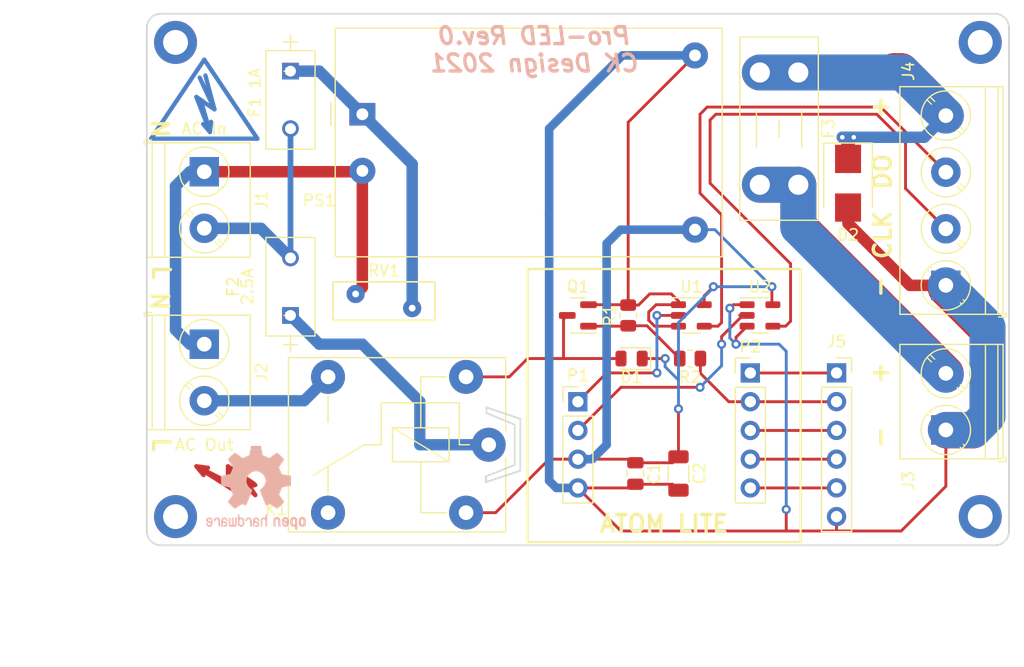
<source format=kicad_pcb>
(kicad_pcb (version 20210722) (generator pcbnew)
  (layers (0 "F.Cu" signal) (31 "B.Cu" signal) (34 "B.Paste" user) (35 "F.Paste" user) (36 "B.SilkS" user "B.Silkscreen") (37 "F.SilkS" user "F.Silkscreen") (38 "B.Mask" user) (39 "F.Mask" user) (44 "Edge.Cuts" user))
  (net 0 "")
  (net 1 "Net-(F1-Pad1)")
  (net 2 "Net-(F1-Pad2)")
  (net 3 "Net-(F2-Pad1)")
  (net 4 "Net-(F3-Pad1)")
  (net 5 "Net-(F3-Pad2)")
  (net 6 "Net-(J1-Pad1)")
  (net 7 "Net-(J2-Pad2)")
  (net 8 "GND")
  (net 9 "Net-(J4-Pad2)")
  (net 10 "Net-(J4-Pad3)")
  (net 11 "VCC")
  (net 12 "3V3")
  (net 13 "GPIO_22")
  (net 14 "GPIO_19")
  (net 15 "GPIO_23")
  (net 16 "GPIO_33")
  (net 17 "GPIO_21")
  (net 18 "GPIO_25")
  (net 19 "Net-(Q1-Pad1)")
  (net 20 "Net-(D1-Pad2)")
  (footprint "Fuse:Fuseholder_Blade_Mini_Keystone_3568" (layer "F.Cu") (at 138.86 68.7 -90)
    (fp_text reference "F3" (at 4.96 -2.67 -90) (layer "F.SilkS"))
    (fp_text value "Fuse")
    (pad "1" thru_hole circle locked (at 0 3.4 270) (size 2.78 2.78) (drill 1.78) (layers *.Cu *.Mask) (net 4 "Net-(F3-Pad1)"))
    (pad "1" thru_hole circle locked (at 0 0 270) (size 2.78 2.78) (drill 1.78) (layers *.Cu *.Mask) (net 4 "Net-(F3-Pad1)"))
    (pad "2" thru_hole circle locked (at 9.92 3.4 270) (size 2.78 2.78) (drill 1.78) (layers *.Cu *.Mask) (net 5 "Net-(F3-Pad2)"))
    (pad "2" thru_hole circle locked (at 9.92 0 270) (size 2.78 2.78) (drill 1.78) (layers *.Cu *.Mask) (net 5 "Net-(F3-Pad2)"))
  )
  (footprint "TerminalBlock_Phoenix:TerminalBlock_Phoenix_PT-1,5-2-5.0-H_1x02_P5.00mm_Horizontal" (layer "F.Cu") (at 86.36 77.47 -90)
    (fp_text reference "J1" (at 2.5 -5.06 -90) (layer "F.SilkS"))
    (fp_text value "AC In" (at -3.81 0) (layer "F.SilkS"))
    (pad "1" thru_hole rect locked (at 0 0 270) (size 2.6 2.6) (drill 1.3) (layers *.Cu *.Mask) (net 6 "Net-(J1-Pad1)"))
    (pad "2" thru_hole circle locked (at 5 0 270) (size 2.6 2.6) (drill 1.3) (layers *.Cu *.Mask) (net 2 "Net-(F1-Pad2)"))
  )
  (footprint "TerminalBlock_Phoenix:TerminalBlock_Phoenix_PT-1,5-2-5.0-H_1x02_P5.00mm_Horizontal" (layer "F.Cu") (at 86.36 92.71 -90)
    (fp_text reference "J2" (at 2.5 -5.06 -90) (layer "F.SilkS"))
    (fp_text value "AC Out" (at 8.89 0) (layer "F.SilkS"))
    (pad "1" thru_hole rect locked (at 0 0 270) (size 2.6 2.6) (drill 1.3) (layers *.Cu *.Mask) (net 6 "Net-(J1-Pad1)"))
    (pad "2" thru_hole circle locked (at 5 0 270) (size 2.6 2.6) (drill 1.3) (layers *.Cu *.Mask) (net 7 "Net-(J2-Pad2)"))
  )
  (footprint "TerminalBlock_Phoenix:TerminalBlock_Phoenix_PT-1,5-2-5.0-H_1x02_P5.00mm_Horizontal" (layer "F.Cu") (at 151.9 100.29 90)
    (fp_text reference "J3" (at -4.485 -3.31 90) (layer "F.SilkS"))
    (fp_text value "DC In")
    (pad "1" thru_hole rect locked (at 0 0 90) (size 2.6 2.6) (drill 1.3) (layers *.Cu *.Mask) (net 8 "GND"))
    (pad "2" thru_hole circle locked (at 5 0 90) (size 2.6 2.6) (drill 1.3) (layers *.Cu *.Mask) (net 5 "Net-(F3-Pad2)"))
  )
  (footprint "TerminalBlock_Phoenix:TerminalBlock_Phoenix_PT-1,5-4-5.0-H_1x04_P5.00mm_Horizontal" (layer "F.Cu") (at 151.9 87.51 90)
    (fp_text reference "J4" (at 18.93 -3.31 90) (layer "F.SilkS"))
    (fp_text value "DC Out")
    (pad "1" thru_hole rect locked (at 0 0 90) (size 2.6 2.6) (drill 1.3) (layers *.Cu *.Mask) (net 8 "GND"))
    (pad "2" thru_hole circle locked (at 5 0 90) (size 2.6 2.6) (drill 1.3) (layers *.Cu *.Mask) (net 9 "Net-(J4-Pad2)"))
    (pad "3" thru_hole circle locked (at 10 0 90) (size 2.6 2.6) (drill 1.3) (layers *.Cu *.Mask) (net 10 "Net-(J4-Pad3)"))
    (pad "4" thru_hole circle locked (at 15 0 90) (size 2.6 2.6) (drill 1.3) (layers *.Cu *.Mask) (net 4 "Net-(F3-Pad1)"))
  )
  (footprint "Connector_PinSocket_2.54mm:PinSocket_1x06_P2.54mm_Vertical" (layer "F.Cu") (at 142.24 95.25)
    (fp_text reference "J5" (at 0 -2.77) (layer "F.SilkS"))
    (fp_text value "F_PH")
    (pad "1" thru_hole rect locked (at 0 0) (size 1.7 1.7) (drill 1) (layers *.Cu *.Mask) (net 12 "3V3"))
    (pad "2" thru_hole oval locked (at 0 2.54) (size 1.7 1.7) (drill 1) (layers *.Cu *.Mask) (net 13 "GPIO_22"))
    (pad "3" thru_hole oval locked (at 0 5.08) (size 1.7 1.7) (drill 1) (layers *.Cu *.Mask) (net 14 "GPIO_19"))
    (pad "4" thru_hole oval locked (at 0 7.62) (size 1.7 1.7) (drill 1) (layers *.Cu *.Mask) (net 15 "GPIO_23"))
    (pad "5" thru_hole oval locked (at 0 10.16) (size 1.7 1.7) (drill 1) (layers *.Cu *.Mask) (net 16 "GPIO_33"))
    (pad "6" thru_hole oval locked (at 0 12.7) (size 1.7 1.7) (drill 1) (layers *.Cu *.Mask) (net 8 "GND"))
  )
  (footprint "Relay_THT:Relay_SPDT_Finder_36.11" (layer "F.Cu") (at 111.4975 101.6 180)
    (fp_text reference "K1" (at 18.7875 -5.715) (layer "F.SilkS"))
    (fp_text value "FINDER-36.11")
    (pad "11" thru_hole circle locked (at 0 0 180) (size 3 3) (drill 1.3) (layers *.Cu *.Mask) (net 3 "Net-(F2-Pad1)"))
    (pad "12" thru_hole circle locked (at 14.2 -6 180) (size 3 3) (drill 1.3) (layers *.Cu *.Mask))
    (pad "14" thru_hole circle locked (at 14.2 6 180) (size 3 3) (drill 1.3) (layers *.Cu *.Mask) (net 7 "Net-(J2-Pad2)"))
    (pad "A1" thru_hole circle locked (at 2 6 180) (size 3 3) (drill 1.3) (layers *.Cu *.Mask) (net 20 "Net-(D1-Pad2)"))
    (pad "A2" thru_hole circle locked (at 2 -6 180) (size 3 3) (drill 1.3) (layers *.Cu *.Mask) (net 11 "VCC"))
  )
  (footprint "Connector_PinHeader_2.54mm:PinHeader_1x04_P2.54mm_Vertical" (layer "F.Cu") (at 119.38 97.795)
    (fp_text reference "P1" (at 0 -2.33) (layer "F.SilkS"))
    (fp_text value "ATOM P1")
    (pad "1" thru_hole rect locked (at 0 0) (size 1.7 1.7) (drill 1) (layers *.Cu *.Mask) (net 17 "GPIO_21"))
    (pad "2" thru_hole oval locked (at 0 2.54) (size 1.7 1.7) (drill 1) (layers *.Cu *.Mask) (net 18 "GPIO_25"))
    (pad "3" thru_hole oval locked (at 0 5.08) (size 1.7 1.7) (drill 1) (layers *.Cu *.Mask) (net 11 "VCC"))
    (pad "4" thru_hole oval locked (at 0 7.62) (size 1.7 1.7) (drill 1) (layers *.Cu *.Mask) (net 8 "GND"))
  )
  (footprint "Connector_PinHeader_2.54mm:PinHeader_1x05_P2.54mm_Vertical" (layer "F.Cu") (at 134.62 95.255)
    (fp_text reference "P2" (at 0 -2.33) (layer "F.SilkS"))
    (fp_text value "ATOM P2")
    (pad "1" thru_hole rect locked (at 0 0) (size 1.7 1.7) (drill 1) (layers *.Cu *.Mask) (net 12 "3V3"))
    (pad "2" thru_hole oval locked (at 0 2.54) (size 1.7 1.7) (drill 1) (layers *.Cu *.Mask) (net 13 "GPIO_22"))
    (pad "3" thru_hole oval locked (at 0 5.08) (size 1.7 1.7) (drill 1) (layers *.Cu *.Mask) (net 14 "GPIO_19"))
    (pad "4" thru_hole oval locked (at 0 7.62) (size 1.7 1.7) (drill 1) (layers *.Cu *.Mask) (net 15 "GPIO_23"))
    (pad "5" thru_hole oval locked (at 0 10.16) (size 1.7 1.7) (drill 1) (layers *.Cu *.Mask) (net 16 "GPIO_33"))
  )
  (footprint "AC_DC:Converter_ACDC_HiLink_HLK-PMxx" (layer "F.Cu") (at 100.33 72.39)
    (fp_text reference "PS1" (at -3.81 7.62 180) (layer "F.SilkS"))
    (fp_text value "HLK-PM01")
    (pad "1" thru_hole rect locked (at 0 0) (size 2.3 2) (drill 1.05) (layers *.Cu *.Mask) (net 1 "Net-(F1-Pad1)"))
    (pad "2" thru_hole circle locked (at 0 5) (size 2.3 2.3) (drill 1.05) (layers *.Cu *.Mask) (net 6 "Net-(J1-Pad1)"))
    (pad "3" thru_hole circle locked (at 29.4 -5.2) (size 2.3 2.3) (drill 1.05) (layers *.Cu *.Mask) (net 8 "GND"))
    (pad "4" thru_hole circle locked (at 29.4 10.2) (size 2.3 2.3) (drill 1.05) (layers *.Cu *.Mask) (net 11 "VCC"))
  )
  (footprint "Package_TO_SOT_SMD:SOT-23-5" (layer "F.Cu") (at 129.4075 90.17)
    (fp_text reference "U1" (at 0 -2.54) (layer "F.SilkS"))
    (fp_text value "74AHC1G125")
    (pad "1" smd roundrect locked (at -1.1375 -0.95) (size 1.325 0.6) (layers "F.Cu" "F.Paste" "F.Mask") (net 8 "GND"))
    (pad "2" smd roundrect locked (at -1.1375 0) (size 1.325 0.6) (layers "F.Cu" "F.Paste" "F.Mask") (net 17 "GPIO_21"))
    (pad "3" smd roundrect locked (at -1.1375 0.95) (size 1.325 0.6) (layers "F.Cu" "F.Paste" "F.Mask") (net 8 "GND"))
    (pad "4" smd roundrect locked (at 1.1375 0.95) (size 1.325 0.6) (layers "F.Cu" "F.Paste" "F.Mask") (net 10 "Net-(J4-Pad3)"))
    (pad "5" smd roundrect locked (at 1.1375 -0.95) (size 1.325 0.6) (layers "F.Cu" "F.Paste" "F.Mask") (net 11 "VCC"))
  )
  (footprint "Package_TO_SOT_SMD:SOT-23-5" (layer "F.Cu") (at 135.475 90.17)
    (fp_text reference "U2" (at 0 -2.54) (layer "F.SilkS"))
    (fp_text value "74AHC1G125")
    (pad "1" smd roundrect locked (at -1.1375 -0.95) (size 1.325 0.6) (layers "F.Cu" "F.Paste" "F.Mask") (net 8 "GND"))
    (pad "2" smd roundrect locked (at -1.1375 0) (size 1.325 0.6) (layers "F.Cu" "F.Paste" "F.Mask") (net 18 "GPIO_25"))
    (pad "3" smd roundrect locked (at -1.1375 0.95) (size 1.325 0.6) (layers "F.Cu" "F.Paste" "F.Mask") (net 8 "GND"))
    (pad "4" smd roundrect locked (at 1.1375 0.95) (size 1.325 0.6) (layers "F.Cu" "F.Paste" "F.Mask") (net 9 "Net-(J4-Pad2)"))
    (pad "5" smd roundrect locked (at 1.1375 -0.95) (size 1.325 0.6) (layers "F.Cu" "F.Paste" "F.Mask") (net 11 "VCC"))
  )
  (footprint "Package_TO_SOT_SMD:SOT-23" (layer "F.Cu") (at 119.38 90.17 180)
    (fp_text reference "Q1" (at 0 2.54 180) (layer "F.SilkS"))
    (fp_text value "2N7002")
    (pad "1" smd roundrect locked (at -0.9375 -0.95 180) (size 1.475 0.6) (layers "F.Cu" "F.Paste" "F.Mask") (net 19 "Net-(Q1-Pad1)"))
    (pad "2" smd roundrect locked (at -0.9375 0.95 180) (size 1.475 0.6) (layers "F.Cu" "F.Paste" "F.Mask") (net 8 "GND"))
    (pad "3" smd roundrect locked (at 0.9375 0 180) (size 1.475 0.6) (layers "F.Cu" "F.Paste" "F.Mask") (net 20 "Net-(D1-Pad2)"))
  )
  (footprint "Resistor_SMD:R_0805_2012Metric" (layer "F.Cu") (at 123.825 90.17 90)
    (fp_text reference "R1" (at 0 -1.65 90) (layer "F.SilkS"))
    (fp_text value "100k")
    (pad "1" smd roundrect locked (at -0.9125 0 90) (size 1.025 1.4) (layers "F.Cu" "F.Paste" "F.Mask") (roundrect_rratio 0.243902439) (net 19 "Net-(Q1-Pad1)"))
    (pad "2" smd roundrect locked (at 0.9125 0 90) (size 1.025 1.4) (layers "F.Cu" "F.Paste" "F.Mask") (roundrect_rratio 0.243902439) (net 8 "GND"))
  )
  (footprint "Resistor_SMD:R_0805_2012Metric" (layer "F.Cu") (at 129.295 93.98 180)
    (fp_text reference "R2" (at 0 -1.65 180) (layer "F.SilkS"))
    (fp_text value "1k")
    (pad "1" smd roundrect locked (at -0.9125 0 180) (size 1.025 1.4) (layers "F.Cu" "F.Paste" "F.Mask") (roundrect_rratio 0.243902439) (net 13 "GPIO_22"))
    (pad "2" smd roundrect locked (at 0.9125 0 180) (size 1.025 1.4) (layers "F.Cu" "F.Paste" "F.Mask") (roundrect_rratio 0.243902439) (net 19 "Net-(Q1-Pad1)"))
  )
  (footprint "Capacitor_SMD:C_0805_2012Metric" (layer "F.Cu") (at 124.46 104.14 -90)
    (fp_text reference "C1" (at 0 -1.65 -90) (layer "F.SilkS"))
    (fp_text value ".1uF")
    (pad "1" smd roundrect locked (at -0.95 0 270) (size 1 1.45) (layers "F.Cu" "F.Paste" "F.Mask") (net 11 "VCC"))
    (pad "2" smd roundrect locked (at 0.95 0 270) (size 1 1.45) (layers "F.Cu" "F.Paste" "F.Mask") (net 8 "GND"))
  )
  (footprint "Varistor:RV_Disc_D9mm_W3.4mm_P5mm" (layer "F.Cu") (at 104.735 89.525 180)
    (fp_text reference "RV1" (at 2.5 3.325 180) (layer "F.SilkS"))
    (fp_text value "Varistor")
    (pad "1" thru_hole circle locked (at 0 0 180) (size 1.6 1.6) (drill 0.6) (layers *.Cu *.Mask) (net 1 "Net-(F1-Pad1)"))
    (pad "2" thru_hole circle locked (at 5 1.25 180) (size 1.6 1.6) (drill 0.6) (layers *.Cu *.Mask) (net 6 "Net-(J1-Pad1)"))
  )
  (footprint "Fuses:RST 1-BULK" (layer "F.Cu") (at 93.98 68.58 -90)
    (fp_text reference "F1" (at 3.175 3.175 90) (layer "F.SilkS"))
    (fp_text value "1A" (at 0.635 3.175 90) (layer "F.SilkS"))
    (fp_text user "*" (at 0 0 90) (layer "F.SilkS"))
    (pad "1" thru_hole rect locked (at 0 0 270) (size 1.4732 1.4732) (drill 0.9652) (layers *.Cu *.Mask) (net 1 "Net-(F1-Pad1)"))
    (pad "2" thru_hole circle locked (at 5.08 0 270) (size 1.4732 1.4732) (drill 0.9652) (layers *.Cu *.Mask) (net 2 "Net-(F1-Pad2)"))
  )
  (footprint "Fuses:RST 1-BULK" (layer "F.Cu") (at 93.98 90.17 90)
    (fp_text reference "F2" (at 2.54 -5.08 90) (layer "F.SilkS"))
    (fp_text value "2.5A" (at 2.54 -3.81 90) (layer "F.SilkS"))
    (fp_text user "*" (at 0 0 90) (layer "F.SilkS"))
    (pad "1" thru_hole rect locked (at 0 0 90) (size 1.4732 1.4732) (drill 0.9652) (layers *.Cu *.Mask) (net 3 "Net-(F2-Pad1)"))
    (pad "2" thru_hole circle locked (at 5.08 0 90) (size 1.4732 1.4732) (drill 0.9652) (layers *.Cu *.Mask) (net 2 "Net-(F1-Pad2)"))
  )
  (footprint "Diode_SMD:D_0805_2012Metric" (layer "F.Cu") (at 124.1275 93.98 180)
    (fp_text reference "D1" (at 0 -1.65) (layer "F.SilkS"))
    (fp_text value "D")
    (pad "1" smd roundrect locked (at -0.9375 0 180) (size 0.975 1.4) (layers "F.Cu" "F.Paste" "F.Mask") (net 11 "VCC"))
    (pad "2" smd roundrect locked (at 0.9375 0 180) (size 0.975 1.4) (layers "F.Cu" "F.Paste" "F.Mask") (net 20 "Net-(D1-Pad2)"))
  )
  (footprint "" (layer "F.Cu") (at 154.94 107.95)
    (fp_text reference "" (at 0 0) (layer "F.SilkS") (effects (font (size 1.27 1.27))))
    (fp_text value "" (at 0 0) (layer "F.SilkS") (effects (font (size 1.27 1.27))))
    (pad "1" thru_hole circle locked (at 0 0) (size 3.8 3.8) (drill 2.2) (layers *.Cu *.Mask))
  )
  (footprint "MountingHole:MountingHole_2.2mm_M2_DIN965_Pad" (layer "F.Cu") (at 83.82 66.04)
    (fp_text reference "REF**")
    (fp_text value "MountingHole_2.2mm_M2_DIN965_Pad")
    (pad "1" thru_hole circle locked (at 0 0) (size 3.8 3.8) (drill 2.2) (layers *.Cu *.Mask))
  )
  (footprint "Diode_SMD:D_SMB" (layer "F.Cu") (at 143.256 78.486 -90)
    (fp_text reference "D2" (at 4.572 0 180) (layer "F.SilkS"))
    (fp_text value "S2JTR")
    (pad "1" smd rect locked (at -2.15 0 270) (size 2.5 2.3) (layers "F.Cu" "F.Paste" "F.Mask") (net 4 "Net-(F3-Pad1)"))
    (pad "2" smd rect locked (at 2.15 0 270) (size 2.5 2.3) (layers "F.Cu" "F.Paste" "F.Mask") (net 8 "GND"))
  )
  (footprint "Capacitor_SMD:C_1206_3216Metric" (layer "F.Cu") (at 128.27 104.14 -90)
    (fp_text reference "C2" (at 0 -1.85 90) (layer "F.SilkS"))
    (fp_text value "100uF")
    (pad "1" smd roundrect locked (at -1.475 0 270) (size 1.15 1.8) (layers "F.Cu" "F.Paste" "F.Mask") (roundrect_rratio 0.2173913043) (net 11 "VCC"))
    (pad "2" smd roundrect locked (at 1.475 0 270) (size 1.15 1.8) (layers "F.Cu" "F.Paste" "F.Mask") (roundrect_rratio 0.2173913043) (net 8 "GND"))
  )
  (footprint "Symbol:Symbol_Highvoltage_Type1_CopperTop_Small" (layer "F.Cu") (at 87.6935 103.886 -90)
    (fp_text reference "REF**")
    (fp_text value "Symbol_Highvoltage_Type1_CopperTop_Small")
    (fp_line (start 0.381 1.397) (end -0.127 1.651) (layer "F.Cu") (width 0.381))
    (fp_line (start -0.381 -0.762) (end 1.016 -0.762) (layer "F.Cu") (width 0.381))
    (fp_line (start -0.254 1.016) (end -0.381 2.032) (layer "F.Cu") (width 0.381))
    (fp_line (start 0 -0.889) (end 1.27 -0.889) (layer "F.Cu") (width 0.381))
    (fp_line (start -0.127 1.524) (end -0.254 1.016) (layer "F.Cu") (width 0.381))
    (fp_line (start 1.397 -2.794) (end 0 -0.889) (layer "F.Cu") (width 0.381))
    (fp_line (start 1.397 -2.667) (end 1.27 -3.175) (layer "F.Cu") (width 0.381))
    (fp_line (start 2.159 -3.175) (end 1.397 -2.667) (layer "F.Cu") (width 0.381))
    (fp_line (start -0.381 2.032) (end 0.381 1.397) (layer "F.Cu") (width 0.381))
    (fp_line (start 1.016 -0.762) (end -0.127 1.524) (layer "F.Cu") (width 0.381))
    (fp_line (start 1.651 -1.143) (end 0.381 -1.143) (layer "F.Cu") (width 0.381))
    (fp_line (start 0.381 -1.143) (end 2.159 -3.175) (layer "F.Cu") (width 0.381))
    (fp_line (start 1.143 -3.048) (end -0.381 -0.762) (layer "F.Cu") (width 0.381))
    (fp_line (start -0.127 1.651) (end 1.651 -1.143) (layer "F.Cu") (width 0.381))
  )
  (footprint "" (layer "F.Cu") (at 154.94 66.04)
    (fp_text reference "" (at 0 0) (layer "F.SilkS") (effects (font (size 1.27 1.27))))
    (fp_text value "" (at 0 0) (layer "F.SilkS") (effects (font (size 1.27 1.27))))
    (pad "1" thru_hole circle locked (at 0 0) (size 3.8 3.8) (drill 2.2) (layers *.Cu *.Mask))
  )
  (footprint "" (layer "F.Cu") (at 83.82 107.95)
    (fp_text reference "" (at 0 0) (layer "F.SilkS") (effects (font (size 1.27 1.27))))
    (fp_text value "" (at 0 0) (layer "F.SilkS") (effects (font (size 1.27 1.27))))
    (pad "1" thru_hole circle locked (at 0 0) (size 3.8 3.8) (drill 2.2) (layers *.Cu *.Mask))
  )
  (footprint "Symbol:Symbol_HighVoltage_Type2_CopperTop_VerySmall" (layer "B.Cu") (at 86.36 71.755 180)
    (fp_text reference "REF**")
    (fp_text value "Symbol_HighVoltage_Type2_CopperTop_VerySmall")
    (fp_line (start 4.699 -2.794) (end -4.699 -2.794) (layer "B.Cu") (width 0.381))
    (fp_line (start -4.699 -2.794) (end 0 4.191) (layer "B.Cu") (width 0.381))
    (fp_line (start -0.09906 2.79908) (end -0.89916 -0.20066) (layer "B.Cu") (width 0.381))
    (fp_line (start -0.49784 -2.19964) (end -0.59944 -1.30048) (layer "B.Cu") (width 0.381))
    (fp_line (start 0 4.191) (end 4.699 -2.794) (layer "B.Cu") (width 0.381))
    (fp_line (start -0.89916 -0.20066) (end 0.29972 0.59944) (layer "B.Cu") (width 0.381))
    (fp_line (start -0.89916 -0.20066) (end 0.40132 2.60096) (layer "B.Cu") (width 0.381))
    (fp_line (start 0.70104 0.89916) (end 0.1016 0.50038) (layer "B.Cu") (width 0.381))
    (fp_line (start 0.29972 0.59944) (end -0.49784 -2.19964) (layer "B.Cu") (width 0.381))
    (fp_line (start -0.49784 -2.19964) (end 0.1016 -1.50114) (layer "B.Cu") (width 0.381))
    (fp_line (start -0.49784 -2.19964) (end 0.70104 0.89916) (layer "B.Cu") (width 0.381))
  )
  (footprint "Symbol:OSHW-Logo2_9.8x8mm_SilkScreen" (layer "B.Cu") (at 90.932 105.41 180)
    (fp_text reference "REF**" hide)
    (fp_text value "OSHW-Logo2_9.8x8mm_SilkScreen" hide)
  )
  (gr_line (start 139.065 86.07) (end 114.935 86.07) (layer "F.SilkS") (width 0.2))
  (gr_line (start 139.065 110.2) (end 139.065 86.07) (layer "F.SilkS") (width 0.2))
  (gr_line (start 114.935 86.07) (end 114.935 110.2) (layer "F.SilkS") (width 0.2))
  (gr_line (start 114.935 110.2) (end 139.065 110.2) (layer "F.SilkS") (width 0.2))
  (gr_line locked (start 111.252 104.394) (end 111.252 104.902) (layer "Edge.Cuts") (width 0.15))
  (gr_arc (start 82.549999 64.77) (end 82.55 63.5) (angle -90) (layer "Edge.Cuts") (width 0.15))
  (gr_line locked (start 81.28 64.77) (end 81.28 109.22) (layer "Edge.Cuts") (width 0.15))
  (gr_line locked (start 82.55 110.49) (end 156.21 110.49) (layer "Edge.Cuts") (width 0.15))
  (gr_line locked (start 156.21 63.5) (end 82.55 63.5) (layer "Edge.Cuts") (width 0.15))
  (gr_line locked (start 111.3028 98.298) (end 111.3028 98.806) (layer "Edge.Cuts") (width 0.15))
  (gr_arc (start 156.21 109.22) (end 156.21 110.49) (angle -90) (layer "Edge.Cuts") (width 0.15))
  (gr_line locked (start 113.792 103.378) (end 111.252 104.394) (layer "Edge.Cuts") (width 0.15))
  (gr_arc (start 82.55 109.22) (end 81.28 109.22) (angle -90) (layer "Edge.Cuts") (width 0.15))
  (gr_line locked (start 114.3 103.886) (end 114.3 99.314) (layer "Edge.Cuts") (width 0.15))
  (gr_line locked (start 157.48 109.22) (end 157.48 64.77) (layer "Edge.Cuts") (width 0.15))
  (gr_line locked (start 113.792 99.822) (end 113.792 103.378) (layer "Edge.Cuts") (width 0.15))
  (gr_line locked (start 114.3 99.314) (end 111.3028 98.298) (layer "Edge.Cuts") (width 0.15))
  (gr_arc (start 156.21 64.769999) (end 157.48 64.77) (angle -90) (layer "Edge.Cuts") (width 0.15))
  (gr_line locked (start 111.252 104.902) (end 114.3 103.886) (layer "Edge.Cuts") (width 0.15))
  (gr_line locked (start 111.3028 98.806) (end 113.792 99.822) (layer "Edge.Cuts") (width 0.15))
  (gr_text "Pro-LED Rev.0\nCK Design 2021" (at 115.57 66.675) (layer "B.SilkS") (effects (font (size 1.5 1.5) (thickness 0.3) italic) (justify mirror)))
  (gr_text "ATOM LITE" (at 127 108.585) (layer "F.SilkS") (effects (font (size 1.5 1.5) (thickness 0.3))))
  (gr_text "+" (at 146.05 95.25 90) (layer "F.SilkS") (effects (font (size 1.5 1.5) (thickness 0.3))))
  (gr_text "N" (at 82.55 88.9 90) (layer "F.SilkS") (effects (font (size 1.5 1.5) (thickness 0.3))))
  (gr_text "CLK" (at 146.304 83.058 90) (layer "F.SilkS") (effects (font (size 1.5 1.5) (thickness 0.3))))
  (gr_text "L" (at 82.55 86.36 270) (layer "F.SilkS") (effects (font (size 1.5 1.5) (thickness 0.3))))
  (gr_text "N" (at 82.55 73.66 90) (layer "F.SilkS") (effects (font (size 1.5 1.5) (thickness 0.3))))
  (gr_text "L" (at 82.55 101.6 270) (layer "F.SilkS") (effects (font (size 1.5 1.5) (thickness 0.3))))
  (gr_text "-" (at 146.05 100.965 90) (layer "F.SilkS") (effects (font (size 1.5 1.5) (thickness 0.3))))
  (gr_text "-" (at 146.05 87.63 90) (layer "F.SilkS") (effects (font (size 1.5 1.5) (thickness 0.3))))
  (gr_text "+" (at 146.05 71.755 90) (layer "F.SilkS") (effects (font (size 1.5 1.5) (thickness 0.3))))
  (gr_text "DO" (at 146.304 77.47 90) (layer "F.SilkS") (effects (font (size 1.5 1.5) (thickness 0.3))))
  (segment (start 96.52 68.58) (end 100.33 72.39) (width 1.016) (layer "B.Cu") (net 1))
  (segment (start 93.98 68.58) (end 96.52 68.58) (width 1.016) (layer "B.Cu") (net 1))
  (segment (start 100.33 72.39) (end 104.734995 76.794995) (width 1.016) (layer "B.Cu") (net 1))
  (segment (start 104.734995 76.794995) (end 104.734995 89.524992) (width 1.016) (layer "B.Cu") (net 1))
  (segment (start 91.35999 82.46999) (end 93.98 85.09) (width 1.016) (layer "B.Cu") (net 2))
  (segment (start 86.36 82.46999) (end 91.35999 82.46999) (width 1.016) (layer "B.Cu") (net 2))
  (segment (start 93.98 73.66) (end 93.98 85.09) (width 0.508) (layer "B.Cu") (net 2))
  (segment (start 105.41 97.79) (end 105.41 101.6) (width 1) (layer "B.Cu") (net 3))
  (segment (start 100.33 92.71) (end 105.41 97.79) (width 1) (layer "B.Cu") (net 3))
  (segment (start 93.98 90.17) (end 96.52 92.71) (width 1) (layer "B.Cu") (net 3))
  (segment (start 96.52 92.71) (end 100.33 92.71) (width 1) (layer "B.Cu") (net 3))
  (segment (start 105.41 101.6) (end 111.4975 101.6) (width 1) (layer "B.Cu") (net 3))
  (segment (start 143.256 74.93) (end 143.764 74.422) (width 1.016) (layer "F.Cu") (net 4))
  (segment (start 143.256 76.336) (end 143.256 74.93) (width 1.016) (layer "F.Cu") (net 4))
  (segment (start 147.97 68.58) (end 147.32 68.58) (width 3.175) (layer "F.Cu") (net 4))
  (segment (start 135.460003 68.69999) (end 138.859997 68.69999) (width 3.175) (layer "F.Cu") (net 4))
  (segment (start 147.2 68.7) (end 138.86 68.7) (width 3.175) (layer "F.Cu") (net 4))
  (segment (start 151.9 72.51) (end 147.97 68.58) (width 3.175) (layer "F.Cu") (net 4))
  (segment (start 143.256 74.93) (end 142.748 74.422) (width 1.016) (layer "F.Cu") (net 4))
  (segment (start 147.32 68.58) (end 147.2 68.7) (width 3.175) (layer "F.Cu") (net 4))
  (via (at 143.764 74.422) (size 0.8) (drill 0.4) (layers "F.Cu" "B.Cu") (net 4))
  (via (at 142.748 74.422) (size 0.8) (drill 0.4) (layers "F.Cu" "B.Cu") (net 4))
  (segment (start 148.090001 68.69999) (end 151.900001 72.50999) (width 3.175) (layer "B.Cu") (net 4))
  (segment (start 142.748 74.422) (end 143.764 74.422) (width 1.016) (layer "B.Cu") (net 4))
  (segment (start 135.460003 68.69999) (end 138.859997 68.69999) (width 3.175) (layer "B.Cu") (net 4))
  (segment (start 138.859997 68.69999) (end 148.090001 68.69999) (width 3.175) (layer "B.Cu") (net 4))
  (segment (start 143.764 74.422) (end 149.988 74.422) (width 1.016) (layer "B.Cu") (net 4))
  (segment (start 149.988 74.422) (end 151.9 72.51) (width 1.016) (layer "B.Cu") (net 4))
  (segment (start 135.460003 78.62001) (end 138.859997 78.62001) (width 3.175) (layer "F.Cu") (net 5))
  (segment (start 138.86 78.62) (end 138.86 82.25) (width 3.175) (layer "F.Cu") (net 5))
  (segment (start 138.86 82.25) (end 151.9 95.29) (width 3.175) (layer "F.Cu") (net 5))
  (segment (start 138.86 82.379995) (end 138.859997 82.379998) (width 3.175) (layer "B.Cu") (net 5))
  (segment (start 138.859997 82.379998) (end 151.900001 95.420002) (width 3.175) (layer "B.Cu") (net 5))
  (segment (start 135.46 78.62) (end 138.86 78.62) (width 3.175) (layer "B.Cu") (net 5))
  (segment (start 138.86 78.62) (end 138.86 82.379995) (width 3.175) (layer "B.Cu") (net 5))
  (segment (start 100.33 77.39) (end 100.33 87.68) (width 1.016) (layer "F.Cu") (net 6))
  (segment (start 100.33 87.68) (end 99.735 88.275) (width 1.016) (layer "F.Cu") (net 6))
  (segment (start 100.25 77.47) (end 100.33 77.39) (width 0.508) (layer "F.Cu") (net 6))
  (segment (start 86.36 77.47) (end 100.24999 77.47) (width 1.016) (layer "F.Cu") (net 6))
  (segment (start 85.09 77.47) (end 86.36 77.47) (width 0.508) (layer "B.Cu") (net 6))
  (segment (start 83.82 91.44) (end 85.09 92.71) (width 1.016) (layer "B.Cu") (net 6))
  (segment (start 85.09 77.47) (end 83.82 78.74) (width 1.016) (layer "B.Cu") (net 6))
  (segment (start 85.09 92.71) (end 86.36 92.71) (width 1.016) (layer "B.Cu") (net 6))
  (segment (start 83.82 78.74) (end 83.82 91.44) (width 1.016) (layer "B.Cu") (net 6))
  (segment (start 95.1875 97.71) (end 97.2975 95.6) (width 1) (layer "B.Cu") (net 7))
  (segment (start 86.36 97.71) (end 95.1875 97.71) (width 1) (layer "B.Cu") (net 7))
  (segment (start 129.73 67.19) (end 123.825 73.095) (width 0.254) (layer "F.Cu") (net 8))
  (segment (start 134.3375 89.22) (end 133.1215 89.22) (width 0.254) (layer "F.Cu") (net 8))
  (segment (start 133.35 92.1075) (end 134.3375 91.12) (width 0.254) (layer "F.Cu") (net 8))
  (segment (start 137.795 107.315) (end 137.795 109.22) (width 0.254) (layer "F.Cu") (net 8))
  (segment (start 151.9 105.275) (end 151.9 100.29) (width 0.254) (layer "F.Cu") (net 8))
  (segment (start 123.825 73.095) (end 123.825 89.2575) (width 0.254) (layer "F.Cu") (net 8))
  (segment (start 155.575 99.06) (end 154.305 100.33) (width 3.175) (layer "F.Cu") (net 8))
  (segment (start 151.9 87.765) (end 155.575 91.44) (width 3.175) (layer "F.Cu") (net 8))
  (segment (start 124.46 105.09) (end 127.745 105.09) (width 0.254) (layer "F.Cu") (net 8))
  (segment (start 148.724 87.51) (end 151.9 87.51) (width 1.016) (layer "F.Cu") (net 8))
  (segment (start 119.38 105.415) (end 124.135 105.415) (width 0.254) (layer "F.Cu") (net 8))
  (segment (start 133.1215 89.22) (end 132.8065 89.535) (width 0.254) (layer "F.Cu") (net 8))
  (segment (start 123.185 109.22) (end 142.24 109.22) (width 0.254) (layer "F.Cu") (net 8))
  (segment (start 124.135 105.415) (end 124.46 105.09) (width 0.254) (layer "F.Cu") (net 8))
  (segment (start 125.638489 89.869068) (end 125.638489 90.594615) (width 0.254) (layer "F.Cu") (net 8))
  (segment (start 133.35 92.71) (end 133.35 92.1075) (width 0.254) (layer "F.Cu") (net 8))
  (segment (start 151.9 87.51) (end 151.9 87.765) (width 3.175) (layer "F.Cu") (net 8))
  (segment (start 155.575 91.44) (end 155.575 99.06) (width 3.175) (layer "F.Cu") (net 8))
  (segment (start 125.638489 90.594615) (end 126.163874 91.12) (width 0.254) (layer "F.Cu") (net 8))
  (segment (start 126.163874 91.12) (end 128.27 91.12) (width 0.254) (layer "F.Cu") (net 8))
  (segment (start 119.38 105.415) (end 123.185 109.22) (width 0.254) (layer "F.Cu") (net 8))
  (segment (start 123.7875 89.22) (end 123.825 89.2575) (width 0.254) (layer "F.Cu") (net 8))
  (segment (start 154.305 100.33) (end 151.94 100.33) (width 3.175) (layer "F.Cu") (net 8))
  (segment (start 143.256 82.042) (end 148.724 87.51) (width 1.016) (layer "F.Cu") (net 8))
  (segment (start 142.24 109.22) (end 147.955 109.22) (width 0.254) (layer "F.Cu") (net 8))
  (segment (start 147.955 109.22) (end 151.9 105.275) (width 0.254) (layer "F.Cu") (net 8))
  (segment (start 151.94 100.33) (end 151.9 100.29) (width 3.175) (layer "F.Cu") (net 8))
  (segment (start 128.27 89.22) (end 126.287557 89.22) (width 0.254) (layer "F.Cu") (net 8))
  (segment (start 128.27 88.9) (end 128.27 89.22) (width 0.254) (layer "F.Cu") (net 8))
  (segment (start 127.635 88.265) (end 128.27 88.9) (width 0.254) (layer "F.Cu") (net 8))
  (segment (start 126.287557 89.22) (end 125.638489 89.869068) (width 0.254) (layer "F.Cu") (net 8))
  (segment (start 142.24 107.95) (end 142.24 109.22) (width 0.254) (layer "F.Cu") (net 8))
  (segment (start 120.3175 89.22) (end 123.7875 89.22) (width 0.254) (layer "F.Cu") (net 8))
  (segment (start 123.825 89.2575) (end 124.7375 89.2575) (width 0.254) (layer "F.Cu") (net 8))
  (segment (start 124.7375 89.2575) (end 125.73 88.265) (width 0.254) (layer "F.Cu") (net 8))
  (segment (start 125.73 88.265) (end 127.635 88.265) (width 0.254) (layer "F.Cu") (net 8))
  (segment (start 127.745 105.09) (end 128.27 105.615) (width 0.254) (layer "F.Cu") (net 8))
  (segment (start 143.256 80.636) (end 143.256 82.042) (width 1.016) (layer "F.Cu") (net 8))
  (via (at 137.795 107.315) (size 0.8) (drill 0.4) (layers "F.Cu" "B.Cu") (net 8))
  (via (at 133.35 92.71) (size 0.8) (drill 0.4) (layers "F.Cu" "B.Cu") (net 8))
  (via (at 132.8065 89.535) (size 0.8) (drill 0.4) (layers "F.Cu" "B.Cu") (net 8))
  (segment (start 116.84 104.775) (end 116.84 81.28) (width 0.762) (layer "B.Cu") (net 8))
  (segment (start 116.84 73.66) (end 123.31 67.19) (width 0.762) (layer "B.Cu") (net 8))
  (segment (start 151.9 87.51) (end 155.575 91.185) (width 3.175) (layer "B.Cu") (net 8))
  (segment (start 123.31 67.19) (end 129.73 67.19) (width 0.762) (layer "B.Cu") (net 8))
  (segment (start 155.575 91.185) (end 155.575 99.06) (width 3.175) (layer "B.Cu") (net 8))
  (segment (start 137.795 93.345) (end 137.795 107.315) (width 0.254) (layer "B.Cu") (net 8))
  (segment (start 117.48 105.415) (end 116.84 104.775) (width 0.762) (layer "B.Cu") (net 8))
  (segment (start 119.38 105.415) (end 117.48 105.415) (width 0.762) (layer "B.Cu") (net 8))
  (segment (start 132.8065 89.535) (end 132.8065 92.1665) (width 0.254) (layer "B.Cu") (net 8))
  (segment (start 155.575 99.06) (end 154.345 100.29) (width 3.175) (layer "B.Cu") (net 8))
  (segment (start 154.345 100.29) (end 151.9 100.29) (width 3.175) (layer "B.Cu") (net 8))
  (segment (start 132.8065 92.1665) (end 133.35 92.71) (width 0.254) (layer "B.Cu") (net 8))
  (segment (start 116.84 81.28) (end 116.84 73.66) (width 0.762) (layer "B.Cu") (net 8))
  (segment (start 137.16 92.71) (end 137.795 93.345) (width 0.254) (layer "B.Cu") (net 8))
  (segment (start 133.35 92.71) (end 137.16 92.71) (width 0.254) (layer "B.Cu") (net 8))
  (segment (start 138.176 85.598) (end 138.176 90.678) (width 0.254) (layer "F.Cu") (net 9))
  (segment (start 148.336 78.946) (end 151.9 82.51) (width 0.254) (layer "F.Cu") (net 9))
  (segment (start 145.796 72.39) (end 148.336 74.93) (width 0.254) (layer "F.Cu") (net 9))
  (segment (start 148.336 74.93) (end 148.336 78.946) (width 0.254) (layer "F.Cu") (net 9))
  (segment (start 131.572 72.39) (end 145.796 72.39) (width 0.254) (layer "F.Cu") (net 9))
  (segment (start 131.064 78.486) (end 138.176 85.598) (width 0.254) (layer "F.Cu") (net 9))
  (segment (start 138.176 90.678) (end 137.734 91.12) (width 0.254) (layer "F.Cu") (net 9))
  (segment (start 131.064 72.898) (end 131.572 72.39) (width 0.254) (layer "F.Cu") (net 9))
  (segment (start 131.064 78.486) (end 131.064 72.898) (width 0.254) (layer "F.Cu") (net 9))
  (segment (start 137.734 91.12) (end 136.6125 91.12) (width 0.254) (layer "F.Cu") (net 9))
  (segment (start 146.145 71.755) (end 151.9 77.51) (width 0.254) (layer "F.Cu") (net 10))
  (segment (start 130.175 79.375) (end 130.175 72.39) (width 0.254) (layer "F.Cu") (net 10))
  (segment (start 130.175 72.39) (end 130.81 71.755) (width 0.254) (layer "F.Cu") (net 10))
  (segment (start 132.08 81.28) (end 130.175 79.375) (width 0.254) (layer "F.Cu") (net 10))
  (segment (start 130.545 91.12) (end 131.765 91.12) (width 0.254) (layer "F.Cu") (net 10))
  (segment (start 132.08 90.805) (end 132.08 81.28) (width 0.254) (layer "F.Cu") (net 10))
  (segment (start 130.81 71.755) (end 146.145 71.755) (width 0.254) (layer "F.Cu") (net 10))
  (segment (start 131.765 91.12) (end 132.08 90.805) (width 0.254) (layer "F.Cu") (net 10))
  (segment (start 129.73 82.59) (end 129.73 83.375) (width 0.254) (layer "F.Cu") (net 11))
  (segment (start 119.38 102.875) (end 124.145 102.875) (width 0.254) (layer "F.Cu") (net 11))
  (segment (start 124.46 103.19) (end 127.745 103.19) (width 0.254) (layer "F.Cu") (net 11))
  (segment (start 136.525 89.1325) (end 136.6125 89.22) (width 0.254) (layer "F.Cu") (net 11))
  (segment (start 124.145 102.875) (end 124.46 103.19) (width 0.254) (layer "F.Cu") (net 11))
  (segment (start 130.545 88.4385) (end 131.3535 87.63) (width 0.254) (layer "F.Cu") (net 11))
  (segment (start 116.845 102.875) (end 119.38 102.875) (width 0.254) (layer "F.Cu") (net 11))
  (segment (start 130.545 89.22) (end 130.545 88.4385) (width 0.254) (layer "F.Cu") (net 11))
  (segment (start 119.695 103.19) (end 119.38 102.875) (width 0.254) (layer "F.Cu") (net 11))
  (segment (start 112.11 107.6) (end 116.84 102.87) (width 0.254) (layer "F.Cu") (net 11))
  (segment (start 128.27 98.425) (end 128.27 102.665) (width 0.254) (layer "F.Cu") (net 11))
  (segment (start 136.525 87.63) (end 136.525 89.1325) (width 0.254) (layer "F.Cu") (net 11))
  (segment (start 109.4975 107.6) (end 112.11 107.6) (width 0.254) (layer "F.Cu") (net 11))
  (segment (start 125.065 93.98) (end 127.0915 93.98) (width 0.254) (layer "F.Cu") (net 11))
  (segment (start 116.84 102.87) (end 116.845 102.875) (width 0.254) (layer "F.Cu") (net 11))
  (segment (start 127.745 103.19) (end 128.27 102.665) (width 0.254) (layer "F.Cu") (net 11))
  (via (at 128.27 98.425) (size 0.8) (drill 0.4) (layers "F.Cu" "B.Cu") (net 11))
  (via (at 127.0915 93.98) (size 0.8) (drill 0.4) (layers "F.Cu" "B.Cu") (net 11))
  (via (at 131.3535 87.63) (size 0.8) (drill 0.4) (layers "F.Cu" "B.Cu") (net 11))
  (via (at 136.525 87.63) (size 0.8) (drill 0.4) (layers "F.Cu" "B.Cu") (net 11))
  (segment (start 121.92 83.82) (end 123.15 82.59) (width 0.762) (layer "B.Cu") (net 11))
  (segment (start 119.38 102.875) (end 120.645 102.875) (width 0.762) (layer "B.Cu") (net 11))
  (segment (start 127.0915 94.7065) (end 128.27 95.885) (width 0.254) (layer "B.Cu") (net 11))
  (segment (start 128.27 95.885) (end 128.27 95.1585) (width 0.254) (layer "B.Cu") (net 11))
  (segment (start 121.92 101.6) (end 121.92 83.82) (width 0.762) (layer "B.Cu") (net 11))
  (segment (start 131.485 82.59) (end 136.525 87.63) (width 0.254) (layer "B.Cu") (net 11))
  (segment (start 127.0915 93.98) (end 127.0915 94.7065) (width 0.254) (layer "B.Cu") (net 11))
  (segment (start 136.525 87.63) (end 131.445 87.63) (width 0.254) (layer "B.Cu") (net 11))
  (segment (start 128.27 90.805) (end 128.27 98.425) (width 0.254) (layer "B.Cu") (net 11))
  (segment (start 120.645 102.875) (end 121.92 101.6) (width 0.762) (layer "B.Cu") (net 11))
  (segment (start 123.15 82.59) (end 129.73 82.59) (width 0.762) (layer "B.Cu") (net 11))
  (segment (start 131.445 87.63) (end 128.27 90.805) (width 0.254) (layer "B.Cu") (net 11))
  (segment (start 129.73 82.59) (end 131.485 82.59) (width 0.254) (layer "B.Cu") (net 11))
  (segment (start 142.235 95.255) (end 142.24 95.25) (width 0.254) (layer "F.Cu") (net 12))
  (segment (start 134.62 95.255) (end 142.235 95.255) (width 0.254) (layer "F.Cu") (net 12))
  (segment (start 134.62 97.795) (end 142.235 97.795) (width 0.254) (layer "F.Cu") (net 13))
  (segment (start 130.2075 93.98) (end 130.2075 95.2825) (width 0.254) (layer "F.Cu") (net 13))
  (segment (start 142.235 97.795) (end 142.24 97.79) (width 0.254) (layer "F.Cu") (net 13))
  (segment (start 130.2075 95.2825) (end 132.72 97.795) (width 0.254) (layer "F.Cu") (net 13))
  (segment (start 132.72 97.795) (end 134.62 97.795) (width 0.254) (layer "F.Cu") (net 13))
  (segment (start 142.235 100.335) (end 142.24 100.33) (width 0.254) (layer "F.Cu") (net 14))
  (segment (start 134.62 100.335) (end 142.235 100.335) (width 0.254) (layer "F.Cu") (net 14))
  (segment (start 142.235 102.875) (end 142.24 102.87) (width 0.254) (layer "F.Cu") (net 15))
  (segment (start 134.62 102.875) (end 142.235 102.875) (width 0.254) (layer "F.Cu") (net 15))
  (segment (start 142.235 105.415) (end 142.24 105.41) (width 0.254) (layer "F.Cu") (net 16))
  (segment (start 134.62 105.415) (end 142.235 105.415) (width 0.254) (layer "F.Cu") (net 16))
  (segment (start 128.27 90.17) (end 126.365 90.17) (width 0.254) (layer "F.Cu") (net 17))
  (segment (start 121.925 95.25) (end 119.38 97.795) (width 0.254) (layer "F.Cu") (net 17))
  (segment (start 126.365 95.25) (end 121.925 95.25) (width 0.254) (layer "F.Cu") (net 17))
  (via (at 126.365 90.17) (size 0.8) (drill 0.4) (layers "F.Cu" "B.Cu") (net 17))
  (via (at 126.365 95.25) (size 0.8) (drill 0.4) (layers "F.Cu" "B.Cu") (net 17))
  (segment (start 119.38 97.795) (end 119.38 97.155) (width 0.254) (layer "B.Cu") (net 17))
  (segment (start 126.365 90.17) (end 126.365 95.25) (width 0.254) (layer "B.Cu") (net 17))
  (segment (start 133.675001 90.17) (end 134.3375 90.17) (width 0.254) (layer "F.Cu") (net 18))
  (segment (start 123.195 96.52) (end 130.175 96.52) (width 0.254) (layer "F.Cu") (net 18))
  (segment (start 132.08 92.036942) (end 133.946942 90.17) (width 0.254) (layer "F.Cu") (net 18))
  (segment (start 119.38 100.335) (end 123.195 96.52) (width 0.254) (layer "F.Cu") (net 18))
  (segment (start 132.08 92.71) (end 132.08 92.036942) (width 0.254) (layer "F.Cu") (net 18))
  (segment (start 133.946942 90.17) (end 134.3375 90.17) (width 0.254) (layer "F.Cu") (net 18))
  (via (at 132.08 92.71) (size 0.8) (drill 0.4) (layers "F.Cu" "B.Cu") (net 18))
  (via (at 130.175 96.52) (size 0.8) (drill 0.4) (layers "F.Cu" "B.Cu") (net 18))
  (segment (start 130.175 96.52) (end 132.08 94.615) (width 0.254) (layer "B.Cu") (net 18))
  (segment (start 132.08 94.615) (end 132.08 92.71) (width 0.254) (layer "B.Cu") (net 18))
  (segment (start 128.2575 93.98) (end 128.3825 93.98) (width 0.254) (layer "F.Cu") (net 19))
  (segment (start 120.3175 91.12) (end 123.7875 91.12) (width 0.254) (layer "F.Cu") (net 19))
  (segment (start 123.825 91.0825) (end 125.485 91.0825) (width 0.254) (layer "F.Cu") (net 19))
  (segment (start 125.485 91.0825) (end 128.3825 93.98) (width 0.254) (layer "F.Cu") (net 19))
  (segment (start 123.7875 91.12) (end 123.825 91.0825) (width 0.254) (layer "F.Cu") (net 19))
  (segment (start 123.19 93.98) (end 118.11 93.98) (width 0.254) (layer "F.Cu") (net 20))
  (segment (start 118.4425 90.17) (end 118.11 90.5025) (width 0.254) (layer "F.Cu") (net 20))
  (segment (start 114.935 93.98) (end 118.11 93.98) (width 0.254) (layer "F.Cu") (net 20))
  (segment (start 118.11 90.5025) (end 118.11 93.98) (width 0.254) (layer "F.Cu") (net 20))
  (segment (start 113.315 95.6) (end 114.935 93.98) (width 0.254) (layer "F.Cu") (net 20))
  (segment (start 109.4975 95.6) (end 113.315 95.6) (width 0.254) (layer "F.Cu") (net 20))
)
</source>
